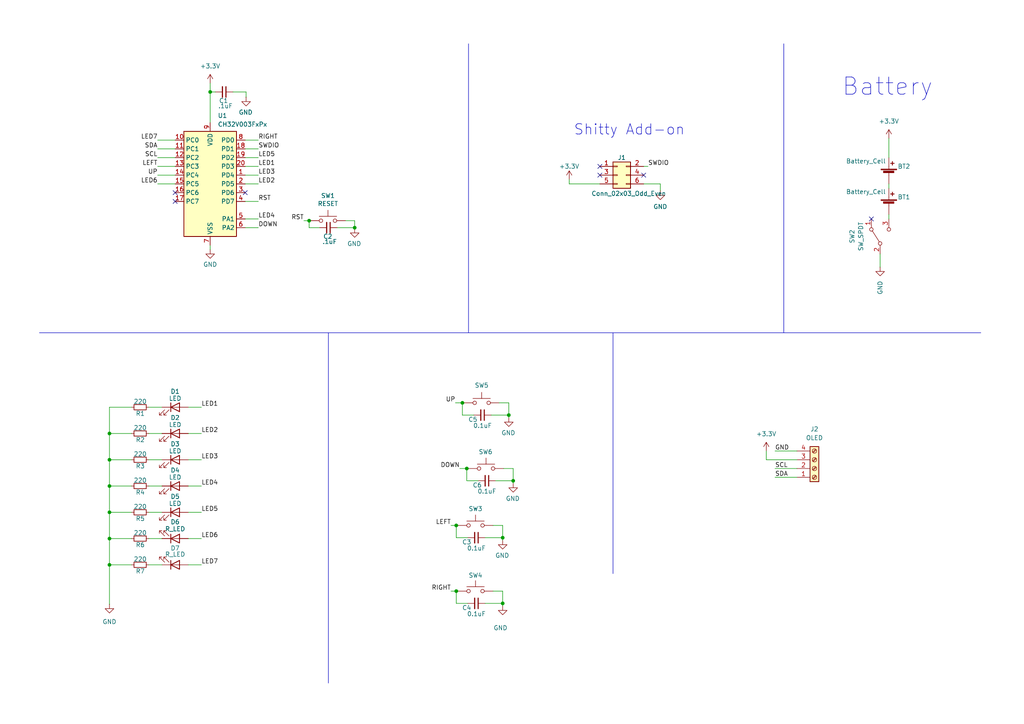
<source format=kicad_sch>
(kicad_sch (version 20250114) (generator "eeschema") (generator_version "9.0")
  (paper "A4")
  (title_block (title "UNKNOWN_BADGE") (date "2025-05-22") (rev "v1.0") (company "ElectronicCats") (comment 1 "Edgar Capuchino"))
  (lib_symbols
    (symbol "Battery_Cell_1" (pin_numbers (hide yes)) (pin_names (offset 0) (hide yes))
      (property "Reference" "BT2" (at 2.54 2.54 0))
      (property "Value" "Battery_Cell" (at -12.446 4.064 0))
      (symbol "Battery_Cell_1_0_1"
        (rectangle (start -2.286 1.778) (end 2.286 1.524) (fill (type outline)))
        (rectangle (start -1.5748 1.1938) (end 1.4732 0.6858) (fill (type outline)))
        (polyline (pts (xy 0 1.778) (xy 0 2.54)))
        (polyline (pts (xy 0 0.762) (xy 0 0)))
        (polyline (pts (xy 0.508 3.429) (xy 1.524 3.429)) (stroke (width 0.254)))
        (polyline (pts (xy 1.016 3.937) (xy 1.016 2.921)) (stroke (width 0.254)))
      )
      (symbol "Battery_Cell_1_1_1"
        (pin passive line (at 0 5.08 270) (length 2.54) (name "+") (number "1"))
        (pin passive line (at 0 -2.54 90) (length 2.54) (name "-") (number "2"))
      )
    )
    (symbol "Connector:Screw_Terminal_01x04" (pin_names (offset 1.016) (hide yes))
      (property "Reference" "J" (at 0 5.08 0))
      (property "Value" "Screw_Terminal_01x04" (at 0 -7.62 0))
      (symbol "Screw_Terminal_01x04_1_1"
        (rectangle (start -1.27 3.81) (end 1.27 -6.35) (stroke (width 0.254)) (fill (type background)))
        (polyline (pts (xy -0.5334 2.8702) (xy 0.3302 2.032)) (stroke (width 0.1524)))
        (polyline (pts (xy -0.5334 0.3302) (xy 0.3302 -0.508)) (stroke (width 0.1524)))
        (polyline (pts (xy -0.5334 -2.2098) (xy 0.3302 -3.048)) (stroke (width 0.1524)))
        (polyline (pts (xy -0.5334 -4.7498) (xy 0.3302 -5.588)) (stroke (width 0.1524)))
        (polyline (pts (xy -0.3556 3.048) (xy 0.508 2.2098)) (stroke (width 0.1524)))
        (polyline (pts (xy -0.3556 0.508) (xy 0.508 -0.3302)) (stroke (width 0.1524)))
        (polyline (pts (xy -0.3556 -2.032) (xy 0.508 -2.8702)) (stroke (width 0.1524)))
        (polyline (pts (xy -0.3556 -4.572) (xy 0.508 -5.4102)) (stroke (width 0.1524)))
        (circle (center 0 2.54) (radius 0.635) (stroke (width 0.1524)))
        (circle (center 0 0) (radius 0.635) (stroke (width 0.1524)))
        (circle (center 0 -2.54) (radius 0.635) (stroke (width 0.1524)))
        (circle (center 0 -5.08) (radius 0.635) (stroke (width 0.1524)))
        (pin passive line (at -5.08 2.54 0) (length 3.81) (name "Pin_1") (number "1"))
        (pin passive line (at -5.08 0 0) (length 3.81) (name "Pin_2") (number "2"))
        (pin passive line (at -5.08 -2.54 0) (length 3.81) (name "Pin_3") (number "3"))
        (pin passive line (at -5.08 -5.08 0) (length 3.81) (name "Pin_4") (number "4"))
      )
    )
    (symbol "Connector_Generic:Conn_02x03_Odd_Even" (pin_names (offset 1.016) (hide yes))
      (property "Reference" "J" (at 1.27 5.08 0))
      (property "Value" "Conn_02x03_Odd_Even" (at 1.27 -5.08 0))
      (symbol "Conn_02x03_Odd_Even_1_1"
        (rectangle (start -1.27 3.81) (end 3.81 -3.81) (stroke (width 0.254)) (fill (type background)))
        (rectangle (start -1.27 2.667) (end 0 2.413) (stroke (width 0.1524)))
        (rectangle (start -1.27 0.127) (end 0 -0.127) (stroke (width 0.1524)))
        (rectangle (start -1.27 -2.413) (end 0 -2.667) (stroke (width 0.1524)))
        (rectangle (start 3.81 2.667) (end 2.54 2.413) (stroke (width 0.1524)))
        (rectangle (start 3.81 0.127) (end 2.54 -0.127) (stroke (width 0.1524)))
        (rectangle (start 3.81 -2.413) (end 2.54 -2.667) (stroke (width 0.1524)))
        (pin passive line (at -5.08 2.54 0) (length 3.81) (name "Pin_1") (number "1"))
        (pin passive line (at -5.08 0 0) (length 3.81) (name "Pin_3") (number "3"))
        (pin passive line (at -5.08 -2.54 0) (length 3.81) (name "Pin_5") (number "5"))
        (pin passive line (at 7.62 2.54 180) (length 3.81) (name "Pin_2") (number "2"))
        (pin passive line (at 7.62 0 180) (length 3.81) (name "Pin_4") (number "4"))
        (pin passive line (at 7.62 -2.54 180) (length 3.81) (name "Pin_6") (number "6"))
      )
    )
    (symbol "Device:Battery_Cell" (pin_numbers (hide yes)) (pin_names (offset 0) (hide yes))
      (property "Reference" "BT1" (at 2.54 2.54 0))
      (property "Value" "Battery_Cell" (at -12.446 4.064 0))
      (symbol "Battery_Cell_0_1"
        (rectangle (start -2.286 1.778) (end 2.286 1.524) (fill (type outline)))
        (rectangle (start -1.5748 1.1938) (end 1.4732 0.6858) (fill (type outline)))
        (polyline (pts (xy 0 1.778) (xy 0 2.54)))
        (polyline (pts (xy 0 0.762) (xy 0 0)))
        (polyline (pts (xy 0.508 3.429) (xy 1.524 3.429)) (stroke (width 0.254)))
        (polyline (pts (xy 1.016 3.937) (xy 1.016 2.921)) (stroke (width 0.254)))
      )
      (symbol "Battery_Cell_1_1"
        (pin passive line (at 0 5.08 270) (length 2.54) (name "+") (number "1"))
        (pin passive line (at 0 -2.54 90) (length 2.54) (name "-") (number "2"))
      )
    )
    (symbol "Device:C_Small" (pin_numbers (hide yes)) (pin_names (offset 0.254) (hide yes))
      (property "Reference" "C" (at 0.254 1.778 0))
      (property "Value" "C_Small" (at 0.254 -2.032 0))
      (symbol "C_Small_0_1"
        (polyline (pts (xy -1.524 0.508) (xy 1.524 0.508)) (stroke (width 0.3048)))
        (polyline (pts (xy -1.524 -0.508) (xy 1.524 -0.508)) (stroke (width 0.3302)))
      )
      (symbol "C_Small_1_1"
        (pin passive line (at 0 2.54 270) (length 2.032) (name "~") (number "1"))
        (pin passive line (at 0 -2.54 90) (length 2.032) (name "~") (number "2"))
      )
    )
    (symbol "Device:LED" (pin_numbers (hide yes)) (pin_names (offset 1.016) (hide yes))
      (property "Reference" "D" (at 0 2.54 0))
      (property "Value" "LED" (at 0 -2.54 0))
      (symbol "LED_0_1"
        (polyline (pts (xy -3.048 -0.762) (xy -4.572 -2.286) (xy -3.81 -2.286) (xy -4.572 -2.286) (xy -4.572 -1.524)))
        (polyline (pts (xy -1.778 -0.762) (xy -3.302 -2.286) (xy -2.54 -2.286) (xy -3.302 -2.286) (xy -3.302 -1.524)))
        (polyline (pts (xy -1.27 0) (xy 1.27 0)))
        (polyline (pts (xy -1.27 -1.27) (xy -1.27 1.27)) (stroke (width 0.254)))
        (polyline (pts (xy 1.27 -1.27) (xy 1.27 1.27) (xy -1.27 0) (xy 1.27 -1.27)) (stroke (width 0.254)))
      )
      (symbol "LED_1_1"
        (pin passive line (at -3.81 0 0) (length 2.54) (name "K") (number "1"))
        (pin passive line (at 3.81 0 180) (length 2.54) (name "A") (number "2"))
      )
    )
    (symbol "Device:R_Small" (pin_numbers (hide yes)) (pin_names (offset 0.254) (hide yes))
      (property "Reference" "R" (at 0.762 0.508 0))
      (property "Value" "R_Small" (at 0.762 -1.016 0))
      (symbol "R_Small_0_1"
        (rectangle (start -0.762 1.778) (end 0.762 -1.778) (stroke (width 0.2032)))
      )
      (symbol "R_Small_1_1"
        (pin passive line (at 0 2.54 270) (length 0.762) (name "~") (number "1"))
        (pin passive line (at 0 -2.54 90) (length 0.762) (name "~") (number "2"))
      )
    )
    (symbol "MCU_WCH_CH32V0:CH32V003FxPx"
      (property "Reference" "U" (at -7.62 17.78 0))
      (property "Value" "CH32V003FxPx" (at 7.62 17.78 0))
      (symbol "CH32V003FxPx_1_1"
        (rectangle (start -7.62 15.24) (end 7.62 -15.24) (stroke (width 0.254)) (fill (type background)))
        (pin bidirectional line (at -10.16 12.7 0) (length 2.54) (name "PC0") (number "10"))
        (pin bidirectional line (at -10.16 10.16 0) (length 2.54) (name "PC1") (number "11"))
        (pin bidirectional line (at -10.16 7.62 0) (length 2.54) (name "PC2") (number "12"))
        (pin bidirectional line (at -10.16 5.08 0) (length 2.54) (name "PC3") (number "13"))
        (pin bidirectional line (at -10.16 2.54 0) (length 2.54) (name "PC4") (number "14"))
        (pin bidirectional line (at -10.16 0 0) (length 2.54) (name "PC5") (number "15"))
        (pin bidirectional line (at -10.16 -2.54 0) (length 2.54) (name "PC6") (number "16"))
        (pin bidirectional line (at -10.16 -5.08 0) (length 2.54) (name "PC7") (number "17"))
        (pin power_in line (at 0 17.78 270) (length 2.54) (name "VDD") (number "9"))
        (pin power_in line (at 0 -17.78 90) (length 2.54) (name "VSS") (number "7"))
        (pin bidirectional line (at 10.16 12.7 180) (length 2.54) (name "PD0") (number "8"))
        (pin bidirectional line (at 10.16 10.16 180) (length 2.54) (name "PD1") (number "18"))
        (pin bidirectional line (at 10.16 7.62 180) (length 2.54) (name "PD2") (number "19"))
        (pin bidirectional line (at 10.16 5.08 180) (length 2.54) (name "PD3") (number "20"))
        (pin bidirectional line (at 10.16 2.54 180) (length 2.54) (name "PD4") (number "1"))
        (pin bidirectional line (at 10.16 0 180) (length 2.54) (name "PD5") (number "2"))
        (pin bidirectional line (at 10.16 -2.54 180) (length 2.54) (name "PD6") (number "3"))
        (pin bidirectional line (at 10.16 -5.08 180) (length 2.54) (name "PD7") (number "4"))
        (pin bidirectional line (at 10.16 -10.16 180) (length 2.54) (name "PA1") (number "5"))
        (pin bidirectional line (at 10.16 -12.7 180) (length 2.54) (name "PA2") (number "6"))
      )
    )
    (symbol "Switch:SW_Push" (pin_numbers (hide yes)) (pin_names (offset 1.016) (hide yes))
      (property "Reference" "SW" (at 1.27 2.54 0))
      (property "Value" "SW_Push" (at 0 -1.524 0))
      (symbol "SW_Push_0_1"
        (circle (center -2.032 0) (radius 0.508))
        (polyline (pts (xy 0 1.27) (xy 0 3.048)))
        (circle (center 2.032 0) (radius 0.508))
        (polyline (pts (xy 2.54 1.27) (xy -2.54 1.27)))
        (pin passive line (at -5.08 0 0) (length 2.54) (name "1") (number "1"))
        (pin passive line (at 5.08 0 180) (length 2.54) (name "2") (number "2"))
      )
    )
    (symbol "Switch:SW_SPDT" (pin_names (offset 0) (hide yes))
      (property "Reference" "SW" (at 0 4.318 0))
      (property "Value" "SW_SPDT" (at 0 -5.08 0))
      (symbol "SW_SPDT_0_0"
        (circle (center -2.032 0) (radius 0.508))
        (circle (center 2.032 -2.54) (radius 0.508))
      )
      (symbol "SW_SPDT_0_1"
        (polyline (pts (xy -1.524 0.254) (xy 1.651 2.286)))
        (circle (center 2.032 2.54) (radius 0.508))
      )
      (symbol "SW_SPDT_1_1"
        (pin passive line (at -5.08 0 0) (length 2.54) (name "B") (number "2"))
        (pin passive line (at 5.08 2.54 180) (length 2.54) (name "A") (number "1"))
        (pin passive line (at 5.08 -2.54 180) (length 2.54) (name "C") (number "3"))
      )
    )
    (symbol "power:+3.3V" (power) (pin_names (offset 0))
      (property "Value" "+3.3V" (at 0 3.556 0))
      (symbol "+3.3V_0_1"
        (polyline (pts (xy -0.762 1.27) (xy 0 2.54)))
        (polyline (pts (xy 0 2.54) (xy 0.762 1.27)))
        (polyline (pts (xy 0 0) (xy 0 2.54)))
      )
      (symbol "+3.3V_1_1"
        (pin power_in line (at 0 0 90) (length 0) (hide yes) (name "+3.3V") (number "1"))
      )
    )
    (symbol "power:GND" (power) (pin_numbers (hide yes)) (pin_names (offset 0) (hide yes))
      (property "Value" "GND" (at 0 -3.81 0))
      (symbol "GND_0_1"
        (polyline (pts (xy 0 0) (xy 0 -1.27) (xy 1.27 -1.27) (xy 0 -2.54) (xy -1.27 -1.27) (xy 0 -1.27)))
      )
      (symbol "GND_1_1"
        (pin power_in line (at 0 0 270) (length 0) (name "~") (number "1"))
      )
    )
  )
  (text "Shitty Add-on\n" (at 166.37 39.497 0) (effects (font (size 3 3)) (justify left bottom)))
  (text "Battery" (at 244.094 28.194 0) (effects (font (size 5 5)) (justify left bottom)))
  (junction (at 145.796 155.956))
  (junction (at 60.96 26.67))
  (junction (at 148.844 139.446))
  (junction (at 31.75 125.73))
  (junction (at 132.334 171.45))
  (junction (at 145.796 175.006))
  (junction (at 147.574 120.396))
  (junction (at 132.334 152.4))
  (junction (at 31.75 140.97))
  (junction (at 135.382 135.89))
  (junction (at 134.112 116.84))
  (junction (at 31.75 156.21))
  (junction (at 31.75 163.83))
  (junction (at 31.75 133.35))
  (junction (at 89.662 64.008))
  (junction (at 31.75 148.59))
  (junction (at 102.87 66.04))
  (no_connect (at 71.12 55.88))
  (no_connect (at 50.8 55.88))
  (no_connect (at 252.73 63.5))
  (no_connect (at 50.8 58.42))
  (no_connect (at 173.99 50.8))
  (no_connect (at 186.69 50.8))
  (no_connect (at 173.99 48.26))
  (wire (pts (xy 145.796 152.4) (xy 145.796 155.956)))
  (wire (pts (xy 187.96 48.26) (xy 186.69 48.26)))
  (wire (pts (xy 89.662 64.008) (xy 89.662 66.04)))
  (wire (pts (xy 60.96 24.13) (xy 60.96 26.67)))
  (wire (pts (xy 143.002 171.45) (xy 145.796 171.45)))
  (wire (pts (xy 31.75 156.21) (xy 31.75 163.83)))
  (wire (pts (xy 89.662 64.008) (xy 88.138 64.008)))
  (wire (pts (xy 71.374 26.67) (xy 67.564 26.67)))
  (wire (pts (xy 45.72 53.34) (xy 50.8 53.34)))
  (wire (pts (xy 224.79 135.89) (xy 231.14 135.89)))
  (wire (pts (xy 148.844 139.446) (xy 143.764 139.446)))
  (wire (pts (xy 31.75 156.21) (xy 38.1 156.21)))
  (wire (pts (xy 74.93 45.72) (xy 71.12 45.72)))
  (wire (pts (xy 132.842 152.4) (xy 132.334 152.4)))
  (wire (pts (xy 60.96 72.39) (xy 60.96 71.12)))
  (wire (pts (xy 58.42 148.59) (xy 54.61 148.59)))
  (wire (pts (xy 31.75 140.97) (xy 38.1 140.97)))
  (wire (pts (xy 145.796 175.006) (xy 145.796 175.768)))
  (wire (pts (xy 132.334 152.4) (xy 130.81 152.4)))
  (wire (pts (xy 132.334 171.45) (xy 130.81 171.45)))
  (wire (pts (xy 60.96 26.67) (xy 60.96 35.56)))
  (wire (pts (xy 257.81 40.132) (xy 257.81 45.72)))
  (wire (pts (xy 222.25 130.81) (xy 222.25 133.35)))
  (wire (pts (xy 45.72 45.72) (xy 50.8 45.72)))
  (wire (pts (xy 145.796 155.956) (xy 140.716 155.956)))
  (wire (pts (xy 31.75 163.83) (xy 31.75 175.26)))
  (wire (pts (xy 58.42 140.97) (xy 54.61 140.97)))
  (wire (pts (xy 74.93 43.18) (xy 71.12 43.18)))
  (wire (pts (xy 31.75 140.97) (xy 31.75 148.59)))
  (polyline (pts (xy 95.25 96.52) (xy 95.25 198.12)))
  (wire (pts (xy 257.81 63.5) (xy 257.81 62.23)))
  (wire (pts (xy 74.93 66.04) (xy 71.12 66.04)))
  (wire (pts (xy 132.334 155.956) (xy 132.334 152.4)))
  (wire (pts (xy 135.382 135.89) (xy 133.35 135.89)))
  (wire (pts (xy 132.842 171.45) (xy 132.334 171.45)))
  (wire (pts (xy 132.334 175.006) (xy 132.334 171.45)))
  (wire (pts (xy 58.42 133.35) (xy 54.61 133.35)))
  (wire (pts (xy 165.1 52.07) (xy 165.1 53.34)))
  (wire (pts (xy 74.93 63.5) (xy 71.12 63.5)))
  (wire (pts (xy 31.75 133.35) (xy 38.1 133.35)))
  (wire (pts (xy 148.844 135.89) (xy 148.844 139.446)))
  (polyline (pts (xy 11.43 96.52) (xy 284.48 96.52)))
  (wire (pts (xy 71.374 28.194) (xy 71.374 26.67)))
  (wire (pts (xy 31.75 163.83) (xy 38.1 163.83)))
  (wire (pts (xy 31.75 118.11) (xy 31.75 125.73)))
  (wire (pts (xy 31.75 148.59) (xy 31.75 156.21)))
  (wire (pts (xy 45.72 43.18) (xy 50.8 43.18)))
  (wire (pts (xy 100.203 64.008) (xy 102.87 64.008)))
  (wire (pts (xy 102.87 66.04) (xy 97.79 66.04)))
  (wire (pts (xy 43.18 163.83) (xy 46.99 163.83)))
  (wire (pts (xy 45.72 40.64) (xy 50.8 40.64)))
  (wire (pts (xy 144.78 116.84) (xy 147.574 116.84)))
  (wire (pts (xy 62.484 26.67) (xy 60.96 26.67)))
  (wire (pts (xy 148.844 139.446) (xy 148.844 140.208)))
  (wire (pts (xy 224.79 130.81) (xy 231.14 130.81)))
  (wire (pts (xy 38.1 118.11) (xy 31.75 118.11)))
  (wire (pts (xy 43.18 156.21) (xy 46.99 156.21)))
  (wire (pts (xy 58.42 118.11) (xy 54.61 118.11)))
  (wire (pts (xy 45.72 50.8) (xy 50.8 50.8)))
  (wire (pts (xy 147.574 120.396) (xy 142.494 120.396)))
  (wire (pts (xy 146.05 135.89) (xy 148.844 135.89)))
  (wire (pts (xy 135.636 175.006) (xy 132.334 175.006)))
  (wire (pts (xy 147.574 116.84) (xy 147.574 120.396)))
  (wire (pts (xy 31.75 125.73) (xy 38.1 125.73)))
  (wire (pts (xy 145.796 171.45) (xy 145.796 175.006)))
  (wire (pts (xy 90.043 64.008) (xy 89.662 64.008)))
  (wire (pts (xy 43.18 140.97) (xy 46.99 140.97)))
  (wire (pts (xy 31.75 133.35) (xy 31.75 140.97)))
  (wire (pts (xy 222.25 133.35) (xy 231.14 133.35)))
  (wire (pts (xy 43.18 133.35) (xy 46.99 133.35)))
  (wire (pts (xy 138.684 139.446) (xy 135.382 139.446)))
  (wire (pts (xy 102.87 64.008) (xy 102.87 66.04)))
  (wire (pts (xy 43.18 148.59) (xy 46.99 148.59)))
  (wire (pts (xy 137.414 120.396) (xy 134.112 120.396)))
  (polyline (pts (xy 135.89 12.7) (xy 135.89 96.52)))
  (wire (pts (xy 145.796 175.006) (xy 140.716 175.006)))
  (wire (pts (xy 43.18 125.73) (xy 46.99 125.73)))
  (polyline (pts (xy 227.33 12.7) (xy 227.33 96.52)))
  (wire (pts (xy 74.93 53.34) (xy 71.12 53.34)))
  (wire (pts (xy 43.18 118.11) (xy 46.99 118.11)))
  (wire (pts (xy 135.636 155.956) (xy 132.334 155.956)))
  (wire (pts (xy 74.93 48.26) (xy 71.12 48.26)))
  (wire (pts (xy 134.62 116.84) (xy 134.112 116.84)))
  (wire (pts (xy 134.112 116.84) (xy 132.08 116.84)))
  (wire (pts (xy 134.112 120.396) (xy 134.112 116.84)))
  (wire (pts (xy 74.93 58.42) (xy 71.12 58.42)))
  (wire (pts (xy 102.87 66.04) (xy 102.87 66.294)))
  (wire (pts (xy 58.42 156.21) (xy 54.61 156.21)))
  (wire (pts (xy 135.382 139.446) (xy 135.382 135.89)))
  (wire (pts (xy 31.75 148.59) (xy 38.1 148.59)))
  (wire (pts (xy 186.69 53.34) (xy 191.516 53.34)))
  (polyline (pts (xy 177.8 96.52) (xy 177.8 166.37)))
  (wire (pts (xy 31.75 125.73) (xy 31.75 133.35)))
  (wire (pts (xy 58.42 163.83) (xy 54.61 163.83)))
  (wire (pts (xy 74.93 40.64) (xy 71.12 40.64)))
  (wire (pts (xy 135.89 135.89) (xy 135.382 135.89)))
  (wire (pts (xy 257.81 54.61) (xy 257.81 53.34)))
  (wire (pts (xy 143.002 152.4) (xy 145.796 152.4)))
  (wire (pts (xy 147.574 120.396) (xy 147.574 121.158)))
  (wire (pts (xy 255.27 73.66) (xy 255.27 77.47)))
  (wire (pts (xy 92.71 66.04) (xy 89.662 66.04)))
  (wire (pts (xy 191.516 55.372) (xy 191.516 53.34)))
  (wire (pts (xy 145.796 155.956) (xy 145.796 156.718)))
  (wire (pts (xy 224.79 138.43) (xy 231.14 138.43)))
  (wire (pts (xy 165.1 53.34) (xy 173.99 53.34)))
  (wire (pts (xy 74.93 50.8) (xy 71.12 50.8)))
  (wire (pts (xy 58.42 125.73) (xy 54.61 125.73)))
  (wire (pts (xy 45.72 48.26) (xy 50.8 48.26)))
  (label "SWDIO" (at 187.96 48.26 0))
  (label "UP" (at 45.72 50.8 180))
  (label "LEFT" (at 130.81 152.4 180))
  (label "LED6" (at 45.72 53.34 180))
  (label "LED4" (at 58.42 140.97 0))
  (label "LED1" (at 74.93 48.26 0))
  (label "RIGHT" (at 74.93 40.64 0))
  (label "LED7" (at 58.42 163.83 0))
  (label "RST" (at 74.93 58.42 0))
  (label "DOWN" (at 133.35 135.89 180))
  (label "LED5" (at 58.42 148.59 0))
  (label "RIGHT" (at 130.81 171.45 180))
  (label "LED7" (at 45.72 40.64 180))
  (label "LED2" (at 58.42 125.73 0))
  (label "GND" (at 224.79 130.81 0))
  (label "UP" (at 132.08 116.84 180))
  (label "DOWN" (at 74.93 66.04 0))
  (label "RST" (at 88.138 64.008 180))
  (label "SCL" (at 224.79 135.89 0))
  (label "LED3" (at 74.93 50.8 0))
  (label "LED5" (at 74.93 45.72 0))
  (label "LED1" (at 58.42 118.11 0))
  (label "LED2" (at 74.93 53.34 0))
  (label "LED6" (at 58.42 156.21 0))
  (label "LEFT" (at 45.72 48.26 180))
  (label "SCL" (at 45.72 45.72 180))
  (label "SDA" (at 224.79 138.43 0))
  (label "SWDIO" (at 74.93 43.18 0))
  (label "SDA" (at 45.72 43.18 180))
  (label "LED4" (at 74.93 63.5 0))
  (label "LED3" (at 58.42 133.35 0))
  (symbol (lib_id "Device:C_Small") (at 139.954 120.396 270) (mirror x) (unit 1)
    (property "Reference" "C5" (at 137.16 121.666 90))
    (property "Value" "0.1uF" (at 139.954 123.444 90))
    (property "Footprint" "Capacitor_SMD:C_0603_1608Metric" (effects (hide yes)))
    (property "Description" "Unpolarized capacitor, small symbol" (effects (hide yes)))
    (property "LCSC#" "C478888" (effects (hide yes)))
    (property "Proveedor" "JLCPCB" (effects (hide yes)))
  )
  (symbol (lib_id "Switch:SW_Push") (at 137.922 152.4 0) (mirror y) (unit 1)
    (property "Reference" "SW3" (at 137.922 147.574 0))
    (property "Value" "~" (at 137.922 147.4724 0))
    (property "Footprint" "Button_Switch_SMD:SW_SPST_TL3342" (effects (hide yes)))
    (property "Datasheet" "https://datasheet.lcsc.com/lcsc/2205161616_E-Switch-TL3342F450QG_C2886897.pdf" (effects (hide yes)))
    (property "manf#" "TL3342F160QG" (effects (hide yes)))
    (property "LCSC#" "C318889" (effects (hide yes)))
    (property "provedor" "LCSC" (effects (hide yes)))
    (property "Proveedor" "JLCPCB" (effects (hide yes)))
  )
  (symbol (lib_id "power:GND") (at 145.796 175.768 0) (mirror y) (unit 1)
    (property "Reference" "#PWR012" (effects (hide yes)))
    (property "Value" "GND" (at 145.161 182.118 0))
  )
  (symbol (lib_id "Device:R_Small") (at 40.64 148.59 270) (unit 1)
    (property "Reference" "R5" (at 40.6908 150.4188 90))
    (property "Value" "220" (at 40.6654 146.939 90))
    (property "Footprint" "Resistor_SMD:R_0603_1608Metric" (effects (hide yes)))
    (property "LCSC#" "C22962" (effects (hide yes)))
    (property "Proveedor" "Digikey" (effects (hide yes)))
  )
  (symbol (lib_id "Device:LED") (at 50.8 140.97 0) (unit 1)
    (property "Reference" "D4" (at 50.8 136.398 0))
    (property "Value" "LED" (at 50.8 138.43 0))
    (property "Footprint" "LED_SMD:LED_0603_1608Metric" (effects (hide yes)))
    (property "Description" "Light emitting diode" (effects (hide yes)))
    (property "LCSC#" "C434424" (effects (hide yes)))
  )
  (symbol (lib_id "Device:R_Small") (at 40.64 140.97 270) (unit 1)
    (property "Reference" "R4" (at 40.6908 142.7988 90))
    (property "Value" "220" (at 40.6654 139.319 90))
    (property "Footprint" "Resistor_SMD:R_0603_1608Metric" (effects (hide yes)))
    (property "LCSC#" "C22962" (effects (hide yes)))
    (property "Proveedor" "Digikey" (effects (hide yes)))
  )
  (symbol (lib_id "power:+3.3V") (at 257.81 40.132 0) (unit 1)
    (property "Reference" "#PWR08" (effects (hide yes)))
    (property "Value" "+3.3V" (at 257.81 35.179 0))
  )
  (symbol (lib_id "Device:LED") (at 50.8 163.83 0) (mirror x) (unit 1)
    (property "Reference" "D7" (at 50.8 159.004 0))
    (property "Value" "R_LED" (at 50.8 160.782 0))
    (property "Footprint" "Unknown:LYT77K-K2M1" (effects (hide yes)))
    (property "Datasheet" "https://dammedia.osram.info/media/resource/hires/osram-dam-2492860/LY%20T776.pdf" (effects (hide yes)))
    (property "manf#" "XZCWD45S-9" (effects (hide yes)))
    (property "Proveedor" "Digikey" (effects (hide yes)))
  )
  (symbol (lib_id "Device:C_Small") (at 138.176 175.006 270) (mirror x) (unit 1)
    (property "Reference" "C4" (at 135.382 176.276 90))
    (property "Value" "0.1uF" (at 138.176 178.054 90))
    (property "Footprint" "Capacitor_SMD:C_0603_1608Metric" (effects (hide yes)))
    (property "Description" "Unpolarized capacitor, small symbol" (effects (hide yes)))
    (property "LCSC#" "C478888" (effects (hide yes)))
    (property "Proveedor" "JLCPCB" (effects (hide yes)))
  )
  (symbol (lib_id "power:GND") (at 71.374 28.194 0) (mirror y) (unit 1)
    (property "Reference" "#PWR03" (effects (hide yes)))
    (property "Value" "GND" (at 71.247 32.5882 0))
  )
  (symbol (lib_id "power:GND") (at 148.844 140.208 0) (mirror y) (unit 1)
    (property "Reference" "#PWR014" (effects (hide yes)))
    (property "Value" "GND" (at 148.717 144.6022 0))
  )
  (symbol (lib_id "Device:LED") (at 50.8 156.21 0) (mirror x) (unit 1)
    (property "Reference" "D6" (at 50.8 151.384 0))
    (property "Value" "R_LED" (at 50.8 153.416 0))
    (property "Footprint" "Unknown:LYT77K-K2M1" (effects (hide yes)))
    (property "Datasheet" "https://dammedia.osram.info/media/resource/hires/osram-dam-2492860/LY%20T776.pdf" (effects (hide yes)))
    (property "manf#" "XZCWD45S-9" (effects (hide yes)))
    (property "Proveedor" "Digikey" (effects (hide yes)))
  )
  (symbol (lib_id "Device:LED") (at 50.8 125.73 0) (unit 1)
    (property "Reference" "D2" (at 50.8 121.158 0))
    (property "Value" "LED" (at 50.8 123.19 0))
    (property "Footprint" "LED_SMD:LED_0603_1608Metric" (effects (hide yes)))
    (property "Description" "Light emitting diode" (effects (hide yes)))
    (property "LCSC#" "C434424" (effects (hide yes)))
  )
  (symbol (lib_id "power:GND") (at 102.87 66.294 0) (mirror y) (unit 1)
    (property "Reference" "#PWR04" (effects (hide yes)))
    (property "Value" "GND" (at 102.743 70.6882 0))
  )
  (symbol (lib_id "power:GND") (at 147.574 121.158 0) (mirror y) (unit 1)
    (property "Reference" "#PWR013" (effects (hide yes)))
    (property "Value" "GND" (at 147.447 125.5522 0))
  )
  (symbol (lib_id "Device:C_Small") (at 138.176 155.956 270) (mirror x) (unit 1)
    (property "Reference" "C3" (at 135.382 157.226 90))
    (property "Value" "0.1uF" (at 138.176 159.004 90))
    (property "Footprint" "Capacitor_SMD:C_0603_1608Metric" (effects (hide yes)))
    (property "Description" "Unpolarized capacitor, small symbol" (effects (hide yes)))
    (property "LCSC#" "C478888" (effects (hide yes)))
    (property "Proveedor" "JLCPCB" (effects (hide yes)))
  )
  (symbol (lib_id "Device:LED") (at 50.8 133.35 0) (unit 1)
    (property "Reference" "D3" (at 50.8 128.778 0))
    (property "Value" "LED" (at 50.8 130.81 0))
    (property "Footprint" "LED_SMD:LED_0603_1608Metric" (effects (hide yes)))
    (property "Description" "Light emitting diode" (effects (hide yes)))
    (property "LCSC#" "C434424" (effects (hide yes)))
  )
  (symbol (lib_id "Switch:SW_SPDT") (at 255.27 68.58 90) (unit 1)
    (property "Reference" "SW2" (at 247.142 68.58 0))
    (property "Value" "SW_SPDT" (at 249.682 68.58 0))
    (property "Footprint" "Unknown:MSK12C02" (effects (hide yes)))
    (property "LCSC#" "C431540" (effects (hide yes)))
  )
  (symbol (lib_id "Device:R_Small") (at 40.64 133.35 270) (unit 1)
    (property "Reference" "R3" (at 40.6908 135.1788 90))
    (property "Value" "220" (at 40.6654 131.699 90))
    (property "Footprint" "Resistor_SMD:R_0603_1608Metric" (effects (hide yes)))
    (property "LCSC#" "C22962" (effects (hide yes)))
    (property "Proveedor" "Digikey" (effects (hide yes)))
  )
  (symbol (lib_id "Device:Battery_Cell") (at 257.81 59.69 0) (unit 1)
    (property "Reference" "BT1" (at 260.35 57.15 0) (effects (justify left)))
    (property "Value" "Battery_Cell" (at 245.364 55.626 0) (effects (justify left)))
    (property "Footprint" "Battery:BatteryHolder_Keystone_2466_1xAAA" (effects (hide yes)))
    (property "LCSC#" "C5290189 " (effects (hide yes)))
    (property "manf#" "BH-AAA-A1AJ001 " (effects (hide yes)))
  )
  (symbol (lib_id "Device:R_Small") (at 40.64 163.83 270) (unit 1)
    (property "Reference" "R7" (at 40.6908 165.6588 90))
    (property "Value" "220" (at 40.6654 162.179 90))
    (property "Footprint" "Resistor_SMD:R_0603_1608Metric" (effects (hide yes)))
    (property "LCSC#" "C22962" (effects (hide yes)))
    (property "Proveedor" "Digikey" (effects (hide yes)))
  )
  (symbol (lib_id "power:+3.3V") (at 60.96 24.13 0) (unit 1)
    (property "Reference" "#PWR01" (effects (hide yes)))
    (property "Value" "+3.3V" (at 60.96 19.177 0))
  )
  (symbol (lib_id "Switch:SW_Push") (at 137.922 171.45 0) (mirror y) (unit 1)
    (property "Reference" "SW4" (at 137.922 166.878 0))
    (property "Footprint" "Button_Switch_SMD:SW_SPST_TL3342" (effects (hide yes)))
    (property "Datasheet" "https://datasheet.lcsc.com/lcsc/2205161616_E-Switch-TL3342F450QG_C2886897.pdf" (effects (hide yes)))
    (property "manf#" "TL3342F160QG" (effects (hide yes)))
    (property "LCSC#" "C318889" (effects (hide yes)))
    (property "provedor" "LCSC" (effects (hide yes)))
    (property "Proveedor" "JLCPCB" (effects (hide yes)))
  )
  (symbol (lib_id "power:GND") (at 31.75 175.26 0) (unit 1)
    (property "Reference" "#PWR09" (effects (hide yes)))
    (property "Value" "GND" (at 31.75 180.34 0))
  )
  (symbol (lib_id "MCU_WCH_CH32V0:CH32V003FxPx") (at 60.96 53.34 0) (unit 1)
    (property "Reference" "U1" (at 63.1541 33.528 0) (effects (justify left)))
    (property "Value" "CH32V003FxPx" (at 63.1541 36.068 0) (effects (justify left)))
    (property "Footprint" "Package_SO:TSSOP-20_4.4x6.5mm_P0.65mm" (effects (hide yes)))
    (property "Datasheet" "https://www.wch-ic.com/products/CH32V003.html" (effects (hide yes)))
    (property "Description" "CH32V003 series are industrial-grade general-purpose microcontrollers designed based on 32-bit RISC-V instruction set and architecture. It adopts QingKe V2A core, RV32EC instruction set, and supports 2 levels of interrupt nesting. The series are mounted with rich peripheral interfaces and function modules. Its internal organizational structure meets the low-cost and low-power embedded application scenarios." (effects (hide yes)))
    (property "LCSC#" "C5187096" (effects (hide yes)))
    (property "Proveedor" "JLCPCB" (effects (hide yes)))
  )
  (symbol (lib_id "power:GND") (at 145.796 156.718 0) (mirror y) (unit 1)
    (property "Reference" "#PWR011" (effects (hide yes)))
    (property "Value" "GND" (at 145.669 161.1122 0))
  )
  (symbol (lib_name "Battery_Cell_1") (lib_id "Device:Battery_Cell") (at 257.81 50.8 0) (unit 1)
    (property "Reference" "BT2" (at 260.35 48.26 0) (effects (justify left)))
    (property "Value" "Battery_Cell" (at 245.364 46.736 0) (effects (justify left)))
    (property "Footprint" "Battery:BatteryHolder_Keystone_2466_1xAAA" (effects (hide yes)))
    (property "LCSC#" "C5290189 " (effects (hide yes)))
    (property "manf#" "BH-AAA-A1AJ001 " (effects (hide yes)))
  )
  (symbol (lib_id "Device:LED") (at 50.8 118.11 0) (unit 1)
    (property "Reference" "D1" (at 50.8 113.538 0))
    (property "Value" "LED" (at 50.8 115.57 0))
    (property "Footprint" "LED_SMD:LED_0603_1608Metric" (effects (hide yes)))
    (property "Description" "Light emitting diode" (effects (hide yes)))
    (property "LCSC#" "C434424" (effects (hide yes)))
  )
  (symbol (lib_id "power:+3.3V") (at 222.25 130.81 0) (unit 1)
    (property "Reference" "#PWR015" (effects (hide yes)))
    (property "Value" "+3.3V" (at 222.25 125.857 0))
  )
  (symbol (lib_id "Switch:SW_Push") (at 139.7 116.84 0) (mirror y) (unit 1)
    (property "Reference" "SW5" (at 139.7 111.76 0))
    (property "Footprint" "Button_Switch_SMD:SW_SPST_TL3342" (effects (hide yes)))
    (property "Datasheet" "https://datasheet.lcsc.com/lcsc/2205161616_E-Switch-TL3342F450QG_C2886897.pdf" (effects (hide yes)))
    (property "manf#" "TL3342F160QG" (effects (hide yes)))
    (property "LCSC#" "C318889" (effects (hide yes)))
    (property "provedor" "LCSC" (effects (hide yes)))
    (property "Proveedor" "JLCPCB" (effects (hide yes)))
  )
  (symbol (lib_id "Device:R_Small") (at 40.64 118.11 270) (unit 1)
    (property "Reference" "R1" (at 40.6908 119.9388 90))
    (property "Value" "220" (at 40.6654 116.459 90))
    (property "Footprint" "Resistor_SMD:R_0603_1608Metric" (effects (hide yes)))
    (property "LCSC#" "C22962" (effects (hide yes)))
    (property "Proveedor" "Digikey" (effects (hide yes)))
  )
  (symbol (lib_id "Device:LED") (at 50.8 148.59 0) (unit 1)
    (property "Reference" "D5" (at 50.8 144.018 0))
    (property "Value" "LED" (at 50.8 146.05 0))
    (property "Footprint" "LED_SMD:LED_0603_1608Metric" (effects (hide yes)))
    (property "Description" "Light emitting diode" (effects (hide yes)))
    (property "LCSC#" "C434424" (effects (hide yes)))
  )
  (symbol (lib_id "Device:C_Small") (at 65.024 26.67 270) (mirror x) (unit 1)
    (property "Reference" "C1" (at 63.5 29.21 90) (effects (justify left)))
    (property "Value" ".1uF" (at 63.246 30.734 90) (effects (justify left)))
    (property "Footprint" "Capacitor_SMD:C_0603_1608Metric" (effects (hide yes)))
    (property "manf#" "0603F104M500NT" (effects (hide yes)))
    (property "LCSC#" "C478888" (effects (hide yes)))
    (property "Proveedor" "LCSC" (effects (hide yes)))
  )
  (symbol (lib_id "Device:C_Small") (at 141.224 139.446 270) (mirror x) (unit 1)
    (property "Reference" "C6" (at 138.43 140.716 90))
    (property "Value" "0.1uF" (at 141.224 142.494 90))
    (property "Footprint" "Capacitor_SMD:C_0603_1608Metric" (effects (hide yes)))
    (property "Description" "Unpolarized capacitor, small symbol" (effects (hide yes)))
    (property "LCSC#" "C478888" (effects (hide yes)))
    (property "Proveedor" "JLCPCB" (effects (hide yes)))
  )
  (symbol (lib_id "power:GND") (at 255.27 77.47 0) (unit 1)
    (property "Reference" "#PWR07" (effects (hide yes)))
    (property "Value" "GND" (at 255.27 81.407 90) (effects (justify right)))
  )
  (symbol (lib_id "power:GND") (at 191.516 55.372 0) (unit 1)
    (property "Reference" "#PWR06" (effects (hide yes)))
    (property "Value" "GND" (at 191.516 59.944 0))
  )
  (symbol (lib_id "power:+3.3V") (at 165.1 52.07 0) (unit 1)
    (property "Reference" "#PWR05" (effects (hide yes)))
    (property "Value" "+3.3V" (at 165.1 48.26 0))
  )
  (symbol (lib_id "Connector_Generic:Conn_02x03_Odd_Even") (at 179.07 50.8 0) (unit 1)
    (property "Reference" "J1" (at 180.34 45.72 0))
    (property "Value" "Conn_02x03_Odd_Even" (at 182.372 56.134 0))
    (property "Footprint" "Connector_PinHeader_2.54mm:PinHeader_2x03_P2.54mm_Vertical_SMD" (effects (hide yes)))
    (property "LCSC#" "C3975148" (effects (hide yes)))
    (property "Proveedor" "JLCPCB" (effects (hide yes)))
  )
  (symbol (lib_id "Switch:SW_Push") (at 140.97 135.89 0) (mirror y) (unit 1)
    (property "Reference" "SW6" (at 140.843 131.064 0))
    (property "Footprint" "Button_Switch_SMD:SW_SPST_TL3342" (effects (hide yes)))
    (property "Datasheet" "https://datasheet.lcsc.com/lcsc/2205161616_E-Switch-TL3342F450QG_C2886897.pdf" (effects (hide yes)))
    (property "manf#" "TL3342F160QG" (effects (hide yes)))
    (property "LCSC#" "C318889" (effects (hide yes)))
    (property "provedor" "LCSC" (effects (hide yes)))
    (property "Proveedor" "JLCPCB" (effects (hide yes)))
  )
  (symbol (lib_id "Device:R_Small") (at 40.64 125.73 270) (unit 1)
    (property "Reference" "R2" (at 40.6908 127.5588 90))
    (property "Value" "220" (at 40.6654 124.079 90))
    (property "Footprint" "Resistor_SMD:R_0603_1608Metric" (effects (hide yes)))
    (property "LCSC#" "C22962" (effects (hide yes)))
    (property "Proveedor" "Digikey" (effects (hide yes)))
  )
  (symbol (lib_id "Device:R_Small") (at 40.64 156.21 270) (unit 1)
    (property "Reference" "R6" (at 40.6908 158.0388 90))
    (property "Value" "220" (at 40.6654 154.559 90))
    (property "Footprint" "Resistor_SMD:R_0603_1608Metric" (effects (hide yes)))
    (property "LCSC#" "C22962" (effects (hide yes)))
    (property "Proveedor" "Digikey" (effects (hide yes)))
  )
  (symbol (lib_id "Connector:Screw_Terminal_01x04") (at 236.22 135.89 0) (mirror x) (unit 1)
    (property "Reference" "J2" (at 236.22 124.46 0))
    (property "Value" "OLED" (at 236.22 127 0))
    (property "Footprint" "Unknown:Display OLED 128 x32" (effects (hide yes)))
    (property "manf#" "Display OLED 128×32 0.91 I2C SSD1306 Blanco / Azul" (effects (hide yes)))
    (property "Proveedor" "UNIT" (effects (hide yes)))
  )
  (symbol (lib_id "Device:C_Small") (at 95.25 66.04 270) (mirror x) (unit 1)
    (property "Reference" "C2" (at 93.726 68.58 90) (effects (justify left)))
    (property "Value" ".1uF" (at 93.472 70.104 90) (effects (justify left)))
    (property "Footprint" "Capacitor_SMD:C_0603_1608Metric" (effects (hide yes)))
    (property "manf#" "0603F104M500NT" (effects (hide yes)))
    (property "LCSC#" "C478888" (effects (hide yes)))
    (property "Proveedor" "LCSC" (effects (hide yes)))
  )
  (symbol (lib_id "power:GND") (at 60.96 72.39 0) (unit 1)
    (property "Reference" "#PWR02" (effects (hide yes)))
    (property "Value" "GND" (at 60.96 76.708 0))
    (property "Description" "Power symbol creates a global label with name \"GND\" , ground" (effects (hide yes)))
  )
  (symbol (lib_id "Switch:SW_Push") (at 95.123 64.008 0) (mirror y) (unit 1)
    (property "Reference" "SW1" (at 95.123 56.769 0))
    (property "Value" "RESET" (at 95.123 59.0804 0))
    (property "Footprint" "Button_Switch_SMD:SW_SPST_TL3342" (effects (hide yes)))
    (property "LCSC#" "C318889" (effects (hide yes)))
    (property "Proveedor" "LCSC" (effects (hide yes)))
  )
)
</source>
